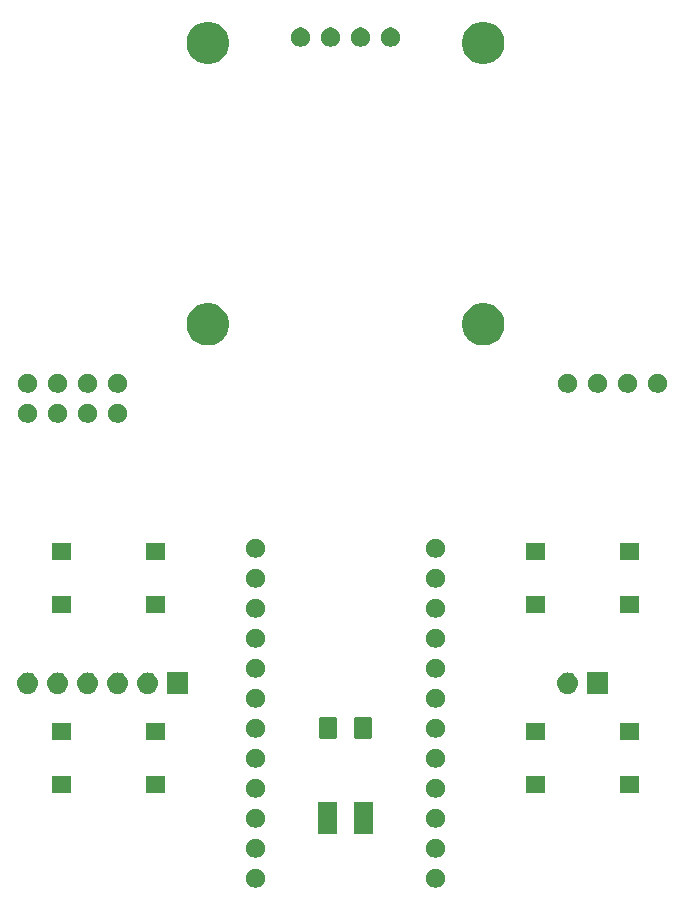
<source format=gbr>
G04 #@! TF.GenerationSoftware,KiCad,Pcbnew,5.1.4+dfsg1-1*
G04 #@! TF.CreationDate,2020-03-30T20:01:31+11:00*
G04 #@! TF.ProjectId,temp0_schematic,74656d70-305f-4736-9368-656d61746963,rev?*
G04 #@! TF.SameCoordinates,Original*
G04 #@! TF.FileFunction,Soldermask,Top*
G04 #@! TF.FilePolarity,Negative*
%FSLAX46Y46*%
G04 Gerber Fmt 4.6, Leading zero omitted, Abs format (unit mm)*
G04 Created by KiCad (PCBNEW 5.1.4+dfsg1-1) date 2020-03-30 20:01:31*
%MOMM*%
%LPD*%
G04 APERTURE LIST*
%ADD10C,0.100000*%
G04 APERTURE END LIST*
D10*
G36*
X150347142Y-130028242D02*
G01*
X150495101Y-130089529D01*
X150628255Y-130178499D01*
X150741501Y-130291745D01*
X150830471Y-130424899D01*
X150891758Y-130572858D01*
X150923000Y-130729925D01*
X150923000Y-130890075D01*
X150891758Y-131047142D01*
X150830471Y-131195101D01*
X150741501Y-131328255D01*
X150628255Y-131441501D01*
X150495101Y-131530471D01*
X150347142Y-131591758D01*
X150190075Y-131623000D01*
X150029925Y-131623000D01*
X149872858Y-131591758D01*
X149724899Y-131530471D01*
X149591745Y-131441501D01*
X149478499Y-131328255D01*
X149389529Y-131195101D01*
X149328242Y-131047142D01*
X149297000Y-130890075D01*
X149297000Y-130729925D01*
X149328242Y-130572858D01*
X149389529Y-130424899D01*
X149478499Y-130291745D01*
X149591745Y-130178499D01*
X149724899Y-130089529D01*
X149872858Y-130028242D01*
X150029925Y-129997000D01*
X150190075Y-129997000D01*
X150347142Y-130028242D01*
X150347142Y-130028242D01*
G37*
G36*
X135107142Y-130028242D02*
G01*
X135255101Y-130089529D01*
X135388255Y-130178499D01*
X135501501Y-130291745D01*
X135590471Y-130424899D01*
X135651758Y-130572858D01*
X135683000Y-130729925D01*
X135683000Y-130890075D01*
X135651758Y-131047142D01*
X135590471Y-131195101D01*
X135501501Y-131328255D01*
X135388255Y-131441501D01*
X135255101Y-131530471D01*
X135107142Y-131591758D01*
X134950075Y-131623000D01*
X134789925Y-131623000D01*
X134632858Y-131591758D01*
X134484899Y-131530471D01*
X134351745Y-131441501D01*
X134238499Y-131328255D01*
X134149529Y-131195101D01*
X134088242Y-131047142D01*
X134057000Y-130890075D01*
X134057000Y-130729925D01*
X134088242Y-130572858D01*
X134149529Y-130424899D01*
X134238499Y-130291745D01*
X134351745Y-130178499D01*
X134484899Y-130089529D01*
X134632858Y-130028242D01*
X134789925Y-129997000D01*
X134950075Y-129997000D01*
X135107142Y-130028242D01*
X135107142Y-130028242D01*
G37*
G36*
X135107142Y-127488242D02*
G01*
X135255101Y-127549529D01*
X135388255Y-127638499D01*
X135501501Y-127751745D01*
X135590471Y-127884899D01*
X135651758Y-128032858D01*
X135683000Y-128189925D01*
X135683000Y-128350075D01*
X135651758Y-128507142D01*
X135590471Y-128655101D01*
X135501501Y-128788255D01*
X135388255Y-128901501D01*
X135255101Y-128990471D01*
X135107142Y-129051758D01*
X134950075Y-129083000D01*
X134789925Y-129083000D01*
X134632858Y-129051758D01*
X134484899Y-128990471D01*
X134351745Y-128901501D01*
X134238499Y-128788255D01*
X134149529Y-128655101D01*
X134088242Y-128507142D01*
X134057000Y-128350075D01*
X134057000Y-128189925D01*
X134088242Y-128032858D01*
X134149529Y-127884899D01*
X134238499Y-127751745D01*
X134351745Y-127638499D01*
X134484899Y-127549529D01*
X134632858Y-127488242D01*
X134789925Y-127457000D01*
X134950075Y-127457000D01*
X135107142Y-127488242D01*
X135107142Y-127488242D01*
G37*
G36*
X150347142Y-127488242D02*
G01*
X150495101Y-127549529D01*
X150628255Y-127638499D01*
X150741501Y-127751745D01*
X150830471Y-127884899D01*
X150891758Y-128032858D01*
X150923000Y-128189925D01*
X150923000Y-128350075D01*
X150891758Y-128507142D01*
X150830471Y-128655101D01*
X150741501Y-128788255D01*
X150628255Y-128901501D01*
X150495101Y-128990471D01*
X150347142Y-129051758D01*
X150190075Y-129083000D01*
X150029925Y-129083000D01*
X149872858Y-129051758D01*
X149724899Y-128990471D01*
X149591745Y-128901501D01*
X149478499Y-128788255D01*
X149389529Y-128655101D01*
X149328242Y-128507142D01*
X149297000Y-128350075D01*
X149297000Y-128189925D01*
X149328242Y-128032858D01*
X149389529Y-127884899D01*
X149478499Y-127751745D01*
X149591745Y-127638499D01*
X149724899Y-127549529D01*
X149872858Y-127488242D01*
X150029925Y-127457000D01*
X150190075Y-127457000D01*
X150347142Y-127488242D01*
X150347142Y-127488242D01*
G37*
G36*
X141791000Y-127081000D02*
G01*
X140189000Y-127081000D01*
X140189000Y-124379000D01*
X141791000Y-124379000D01*
X141791000Y-127081000D01*
X141791000Y-127081000D01*
G37*
G36*
X144791000Y-127081000D02*
G01*
X143189000Y-127081000D01*
X143189000Y-124379000D01*
X144791000Y-124379000D01*
X144791000Y-127081000D01*
X144791000Y-127081000D01*
G37*
G36*
X135107142Y-124948242D02*
G01*
X135255101Y-125009529D01*
X135388255Y-125098499D01*
X135501501Y-125211745D01*
X135590471Y-125344899D01*
X135651758Y-125492858D01*
X135683000Y-125649925D01*
X135683000Y-125810075D01*
X135651758Y-125967142D01*
X135590471Y-126115101D01*
X135501501Y-126248255D01*
X135388255Y-126361501D01*
X135255101Y-126450471D01*
X135107142Y-126511758D01*
X134950075Y-126543000D01*
X134789925Y-126543000D01*
X134632858Y-126511758D01*
X134484899Y-126450471D01*
X134351745Y-126361501D01*
X134238499Y-126248255D01*
X134149529Y-126115101D01*
X134088242Y-125967142D01*
X134057000Y-125810075D01*
X134057000Y-125649925D01*
X134088242Y-125492858D01*
X134149529Y-125344899D01*
X134238499Y-125211745D01*
X134351745Y-125098499D01*
X134484899Y-125009529D01*
X134632858Y-124948242D01*
X134789925Y-124917000D01*
X134950075Y-124917000D01*
X135107142Y-124948242D01*
X135107142Y-124948242D01*
G37*
G36*
X150347142Y-124948242D02*
G01*
X150495101Y-125009529D01*
X150628255Y-125098499D01*
X150741501Y-125211745D01*
X150830471Y-125344899D01*
X150891758Y-125492858D01*
X150923000Y-125649925D01*
X150923000Y-125810075D01*
X150891758Y-125967142D01*
X150830471Y-126115101D01*
X150741501Y-126248255D01*
X150628255Y-126361501D01*
X150495101Y-126450471D01*
X150347142Y-126511758D01*
X150190075Y-126543000D01*
X150029925Y-126543000D01*
X149872858Y-126511758D01*
X149724899Y-126450471D01*
X149591745Y-126361501D01*
X149478499Y-126248255D01*
X149389529Y-126115101D01*
X149328242Y-125967142D01*
X149297000Y-125810075D01*
X149297000Y-125649925D01*
X149328242Y-125492858D01*
X149389529Y-125344899D01*
X149478499Y-125211745D01*
X149591745Y-125098499D01*
X149724899Y-125009529D01*
X149872858Y-124948242D01*
X150029925Y-124917000D01*
X150190075Y-124917000D01*
X150347142Y-124948242D01*
X150347142Y-124948242D01*
G37*
G36*
X135107142Y-122408242D02*
G01*
X135255101Y-122469529D01*
X135388255Y-122558499D01*
X135501501Y-122671745D01*
X135590471Y-122804899D01*
X135651758Y-122952858D01*
X135683000Y-123109925D01*
X135683000Y-123270075D01*
X135651758Y-123427142D01*
X135590471Y-123575101D01*
X135501501Y-123708255D01*
X135388255Y-123821501D01*
X135255101Y-123910471D01*
X135107142Y-123971758D01*
X134950075Y-124003000D01*
X134789925Y-124003000D01*
X134632858Y-123971758D01*
X134484899Y-123910471D01*
X134351745Y-123821501D01*
X134238499Y-123708255D01*
X134149529Y-123575101D01*
X134088242Y-123427142D01*
X134057000Y-123270075D01*
X134057000Y-123109925D01*
X134088242Y-122952858D01*
X134149529Y-122804899D01*
X134238499Y-122671745D01*
X134351745Y-122558499D01*
X134484899Y-122469529D01*
X134632858Y-122408242D01*
X134789925Y-122377000D01*
X134950075Y-122377000D01*
X135107142Y-122408242D01*
X135107142Y-122408242D01*
G37*
G36*
X150347142Y-122408242D02*
G01*
X150495101Y-122469529D01*
X150628255Y-122558499D01*
X150741501Y-122671745D01*
X150830471Y-122804899D01*
X150891758Y-122952858D01*
X150923000Y-123109925D01*
X150923000Y-123270075D01*
X150891758Y-123427142D01*
X150830471Y-123575101D01*
X150741501Y-123708255D01*
X150628255Y-123821501D01*
X150495101Y-123910471D01*
X150347142Y-123971758D01*
X150190075Y-124003000D01*
X150029925Y-124003000D01*
X149872858Y-123971758D01*
X149724899Y-123910471D01*
X149591745Y-123821501D01*
X149478499Y-123708255D01*
X149389529Y-123575101D01*
X149328242Y-123427142D01*
X149297000Y-123270075D01*
X149297000Y-123109925D01*
X149328242Y-122952858D01*
X149389529Y-122804899D01*
X149478499Y-122671745D01*
X149591745Y-122558499D01*
X149724899Y-122469529D01*
X149872858Y-122408242D01*
X150029925Y-122377000D01*
X150190075Y-122377000D01*
X150347142Y-122408242D01*
X150347142Y-122408242D01*
G37*
G36*
X159411000Y-123601000D02*
G01*
X157759000Y-123601000D01*
X157759000Y-122199000D01*
X159411000Y-122199000D01*
X159411000Y-123601000D01*
X159411000Y-123601000D01*
G37*
G36*
X119271000Y-123601000D02*
G01*
X117619000Y-123601000D01*
X117619000Y-122199000D01*
X119271000Y-122199000D01*
X119271000Y-123601000D01*
X119271000Y-123601000D01*
G37*
G36*
X127221000Y-123601000D02*
G01*
X125569000Y-123601000D01*
X125569000Y-122199000D01*
X127221000Y-122199000D01*
X127221000Y-123601000D01*
X127221000Y-123601000D01*
G37*
G36*
X167361000Y-123601000D02*
G01*
X165709000Y-123601000D01*
X165709000Y-122199000D01*
X167361000Y-122199000D01*
X167361000Y-123601000D01*
X167361000Y-123601000D01*
G37*
G36*
X150347142Y-119868242D02*
G01*
X150495101Y-119929529D01*
X150628255Y-120018499D01*
X150741501Y-120131745D01*
X150830471Y-120264899D01*
X150891758Y-120412858D01*
X150923000Y-120569925D01*
X150923000Y-120730075D01*
X150891758Y-120887142D01*
X150830471Y-121035101D01*
X150741501Y-121168255D01*
X150628255Y-121281501D01*
X150495101Y-121370471D01*
X150347142Y-121431758D01*
X150190075Y-121463000D01*
X150029925Y-121463000D01*
X149872858Y-121431758D01*
X149724899Y-121370471D01*
X149591745Y-121281501D01*
X149478499Y-121168255D01*
X149389529Y-121035101D01*
X149328242Y-120887142D01*
X149297000Y-120730075D01*
X149297000Y-120569925D01*
X149328242Y-120412858D01*
X149389529Y-120264899D01*
X149478499Y-120131745D01*
X149591745Y-120018499D01*
X149724899Y-119929529D01*
X149872858Y-119868242D01*
X150029925Y-119837000D01*
X150190075Y-119837000D01*
X150347142Y-119868242D01*
X150347142Y-119868242D01*
G37*
G36*
X135107142Y-119868242D02*
G01*
X135255101Y-119929529D01*
X135388255Y-120018499D01*
X135501501Y-120131745D01*
X135590471Y-120264899D01*
X135651758Y-120412858D01*
X135683000Y-120569925D01*
X135683000Y-120730075D01*
X135651758Y-120887142D01*
X135590471Y-121035101D01*
X135501501Y-121168255D01*
X135388255Y-121281501D01*
X135255101Y-121370471D01*
X135107142Y-121431758D01*
X134950075Y-121463000D01*
X134789925Y-121463000D01*
X134632858Y-121431758D01*
X134484899Y-121370471D01*
X134351745Y-121281501D01*
X134238499Y-121168255D01*
X134149529Y-121035101D01*
X134088242Y-120887142D01*
X134057000Y-120730075D01*
X134057000Y-120569925D01*
X134088242Y-120412858D01*
X134149529Y-120264899D01*
X134238499Y-120131745D01*
X134351745Y-120018499D01*
X134484899Y-119929529D01*
X134632858Y-119868242D01*
X134789925Y-119837000D01*
X134950075Y-119837000D01*
X135107142Y-119868242D01*
X135107142Y-119868242D01*
G37*
G36*
X167361000Y-119101000D02*
G01*
X165709000Y-119101000D01*
X165709000Y-117699000D01*
X167361000Y-117699000D01*
X167361000Y-119101000D01*
X167361000Y-119101000D01*
G37*
G36*
X159411000Y-119101000D02*
G01*
X157759000Y-119101000D01*
X157759000Y-117699000D01*
X159411000Y-117699000D01*
X159411000Y-119101000D01*
X159411000Y-119101000D01*
G37*
G36*
X119271000Y-119101000D02*
G01*
X117619000Y-119101000D01*
X117619000Y-117699000D01*
X119271000Y-117699000D01*
X119271000Y-119101000D01*
X119271000Y-119101000D01*
G37*
G36*
X127221000Y-119101000D02*
G01*
X125569000Y-119101000D01*
X125569000Y-117699000D01*
X127221000Y-117699000D01*
X127221000Y-119101000D01*
X127221000Y-119101000D01*
G37*
G36*
X144590562Y-117188181D02*
G01*
X144625481Y-117198774D01*
X144657663Y-117215976D01*
X144685873Y-117239127D01*
X144709024Y-117267337D01*
X144726226Y-117299519D01*
X144736819Y-117334438D01*
X144741000Y-117376895D01*
X144741000Y-118843105D01*
X144736819Y-118885562D01*
X144726226Y-118920481D01*
X144709024Y-118952663D01*
X144685873Y-118980873D01*
X144657663Y-119004024D01*
X144625481Y-119021226D01*
X144590562Y-119031819D01*
X144548105Y-119036000D01*
X143406895Y-119036000D01*
X143364438Y-119031819D01*
X143329519Y-119021226D01*
X143297337Y-119004024D01*
X143269127Y-118980873D01*
X143245976Y-118952663D01*
X143228774Y-118920481D01*
X143218181Y-118885562D01*
X143214000Y-118843105D01*
X143214000Y-117376895D01*
X143218181Y-117334438D01*
X143228774Y-117299519D01*
X143245976Y-117267337D01*
X143269127Y-117239127D01*
X143297337Y-117215976D01*
X143329519Y-117198774D01*
X143364438Y-117188181D01*
X143406895Y-117184000D01*
X144548105Y-117184000D01*
X144590562Y-117188181D01*
X144590562Y-117188181D01*
G37*
G36*
X141615562Y-117188181D02*
G01*
X141650481Y-117198774D01*
X141682663Y-117215976D01*
X141710873Y-117239127D01*
X141734024Y-117267337D01*
X141751226Y-117299519D01*
X141761819Y-117334438D01*
X141766000Y-117376895D01*
X141766000Y-118843105D01*
X141761819Y-118885562D01*
X141751226Y-118920481D01*
X141734024Y-118952663D01*
X141710873Y-118980873D01*
X141682663Y-119004024D01*
X141650481Y-119021226D01*
X141615562Y-119031819D01*
X141573105Y-119036000D01*
X140431895Y-119036000D01*
X140389438Y-119031819D01*
X140354519Y-119021226D01*
X140322337Y-119004024D01*
X140294127Y-118980873D01*
X140270976Y-118952663D01*
X140253774Y-118920481D01*
X140243181Y-118885562D01*
X140239000Y-118843105D01*
X140239000Y-117376895D01*
X140243181Y-117334438D01*
X140253774Y-117299519D01*
X140270976Y-117267337D01*
X140294127Y-117239127D01*
X140322337Y-117215976D01*
X140354519Y-117198774D01*
X140389438Y-117188181D01*
X140431895Y-117184000D01*
X141573105Y-117184000D01*
X141615562Y-117188181D01*
X141615562Y-117188181D01*
G37*
G36*
X150347142Y-117328242D02*
G01*
X150495101Y-117389529D01*
X150628255Y-117478499D01*
X150741501Y-117591745D01*
X150830471Y-117724899D01*
X150891758Y-117872858D01*
X150923000Y-118029925D01*
X150923000Y-118190075D01*
X150891758Y-118347142D01*
X150830471Y-118495101D01*
X150741501Y-118628255D01*
X150628255Y-118741501D01*
X150495101Y-118830471D01*
X150347142Y-118891758D01*
X150190075Y-118923000D01*
X150029925Y-118923000D01*
X149872858Y-118891758D01*
X149724899Y-118830471D01*
X149591745Y-118741501D01*
X149478499Y-118628255D01*
X149389529Y-118495101D01*
X149328242Y-118347142D01*
X149297000Y-118190075D01*
X149297000Y-118029925D01*
X149328242Y-117872858D01*
X149389529Y-117724899D01*
X149478499Y-117591745D01*
X149591745Y-117478499D01*
X149724899Y-117389529D01*
X149872858Y-117328242D01*
X150029925Y-117297000D01*
X150190075Y-117297000D01*
X150347142Y-117328242D01*
X150347142Y-117328242D01*
G37*
G36*
X135107142Y-117328242D02*
G01*
X135255101Y-117389529D01*
X135388255Y-117478499D01*
X135501501Y-117591745D01*
X135590471Y-117724899D01*
X135651758Y-117872858D01*
X135683000Y-118029925D01*
X135683000Y-118190075D01*
X135651758Y-118347142D01*
X135590471Y-118495101D01*
X135501501Y-118628255D01*
X135388255Y-118741501D01*
X135255101Y-118830471D01*
X135107142Y-118891758D01*
X134950075Y-118923000D01*
X134789925Y-118923000D01*
X134632858Y-118891758D01*
X134484899Y-118830471D01*
X134351745Y-118741501D01*
X134238499Y-118628255D01*
X134149529Y-118495101D01*
X134088242Y-118347142D01*
X134057000Y-118190075D01*
X134057000Y-118029925D01*
X134088242Y-117872858D01*
X134149529Y-117724899D01*
X134238499Y-117591745D01*
X134351745Y-117478499D01*
X134484899Y-117389529D01*
X134632858Y-117328242D01*
X134789925Y-117297000D01*
X134950075Y-117297000D01*
X135107142Y-117328242D01*
X135107142Y-117328242D01*
G37*
G36*
X135107142Y-114788242D02*
G01*
X135255101Y-114849529D01*
X135388255Y-114938499D01*
X135501501Y-115051745D01*
X135590471Y-115184899D01*
X135651758Y-115332858D01*
X135683000Y-115489925D01*
X135683000Y-115650075D01*
X135651758Y-115807142D01*
X135590471Y-115955101D01*
X135501501Y-116088255D01*
X135388255Y-116201501D01*
X135255101Y-116290471D01*
X135107142Y-116351758D01*
X134950075Y-116383000D01*
X134789925Y-116383000D01*
X134632858Y-116351758D01*
X134484899Y-116290471D01*
X134351745Y-116201501D01*
X134238499Y-116088255D01*
X134149529Y-115955101D01*
X134088242Y-115807142D01*
X134057000Y-115650075D01*
X134057000Y-115489925D01*
X134088242Y-115332858D01*
X134149529Y-115184899D01*
X134238499Y-115051745D01*
X134351745Y-114938499D01*
X134484899Y-114849529D01*
X134632858Y-114788242D01*
X134789925Y-114757000D01*
X134950075Y-114757000D01*
X135107142Y-114788242D01*
X135107142Y-114788242D01*
G37*
G36*
X150347142Y-114788242D02*
G01*
X150495101Y-114849529D01*
X150628255Y-114938499D01*
X150741501Y-115051745D01*
X150830471Y-115184899D01*
X150891758Y-115332858D01*
X150923000Y-115489925D01*
X150923000Y-115650075D01*
X150891758Y-115807142D01*
X150830471Y-115955101D01*
X150741501Y-116088255D01*
X150628255Y-116201501D01*
X150495101Y-116290471D01*
X150347142Y-116351758D01*
X150190075Y-116383000D01*
X150029925Y-116383000D01*
X149872858Y-116351758D01*
X149724899Y-116290471D01*
X149591745Y-116201501D01*
X149478499Y-116088255D01*
X149389529Y-115955101D01*
X149328242Y-115807142D01*
X149297000Y-115650075D01*
X149297000Y-115489925D01*
X149328242Y-115332858D01*
X149389529Y-115184899D01*
X149478499Y-115051745D01*
X149591745Y-114938499D01*
X149724899Y-114849529D01*
X149872858Y-114788242D01*
X150029925Y-114757000D01*
X150190075Y-114757000D01*
X150347142Y-114788242D01*
X150347142Y-114788242D01*
G37*
G36*
X118220443Y-113405519D02*
G01*
X118286627Y-113412037D01*
X118456466Y-113463557D01*
X118612991Y-113547222D01*
X118648729Y-113576552D01*
X118750186Y-113659814D01*
X118824585Y-113750471D01*
X118862778Y-113797009D01*
X118946443Y-113953534D01*
X118997963Y-114123373D01*
X119015359Y-114300000D01*
X118997963Y-114476627D01*
X118946443Y-114646466D01*
X118862778Y-114802991D01*
X118833448Y-114838729D01*
X118750186Y-114940186D01*
X118648729Y-115023448D01*
X118612991Y-115052778D01*
X118456466Y-115136443D01*
X118286627Y-115187963D01*
X118220442Y-115194482D01*
X118154260Y-115201000D01*
X118065740Y-115201000D01*
X117999558Y-115194482D01*
X117933373Y-115187963D01*
X117763534Y-115136443D01*
X117607009Y-115052778D01*
X117571271Y-115023448D01*
X117469814Y-114940186D01*
X117386552Y-114838729D01*
X117357222Y-114802991D01*
X117273557Y-114646466D01*
X117222037Y-114476627D01*
X117204641Y-114300000D01*
X117222037Y-114123373D01*
X117273557Y-113953534D01*
X117357222Y-113797009D01*
X117395415Y-113750471D01*
X117469814Y-113659814D01*
X117571271Y-113576552D01*
X117607009Y-113547222D01*
X117763534Y-113463557D01*
X117933373Y-113412037D01*
X117999557Y-113405519D01*
X118065740Y-113399000D01*
X118154260Y-113399000D01*
X118220443Y-113405519D01*
X118220443Y-113405519D01*
G37*
G36*
X115680443Y-113405519D02*
G01*
X115746627Y-113412037D01*
X115916466Y-113463557D01*
X116072991Y-113547222D01*
X116108729Y-113576552D01*
X116210186Y-113659814D01*
X116284585Y-113750471D01*
X116322778Y-113797009D01*
X116406443Y-113953534D01*
X116457963Y-114123373D01*
X116475359Y-114300000D01*
X116457963Y-114476627D01*
X116406443Y-114646466D01*
X116322778Y-114802991D01*
X116293448Y-114838729D01*
X116210186Y-114940186D01*
X116108729Y-115023448D01*
X116072991Y-115052778D01*
X115916466Y-115136443D01*
X115746627Y-115187963D01*
X115680442Y-115194482D01*
X115614260Y-115201000D01*
X115525740Y-115201000D01*
X115459558Y-115194482D01*
X115393373Y-115187963D01*
X115223534Y-115136443D01*
X115067009Y-115052778D01*
X115031271Y-115023448D01*
X114929814Y-114940186D01*
X114846552Y-114838729D01*
X114817222Y-114802991D01*
X114733557Y-114646466D01*
X114682037Y-114476627D01*
X114664641Y-114300000D01*
X114682037Y-114123373D01*
X114733557Y-113953534D01*
X114817222Y-113797009D01*
X114855415Y-113750471D01*
X114929814Y-113659814D01*
X115031271Y-113576552D01*
X115067009Y-113547222D01*
X115223534Y-113463557D01*
X115393373Y-113412037D01*
X115459557Y-113405519D01*
X115525740Y-113399000D01*
X115614260Y-113399000D01*
X115680443Y-113405519D01*
X115680443Y-113405519D01*
G37*
G36*
X164731000Y-115201000D02*
G01*
X162929000Y-115201000D01*
X162929000Y-113399000D01*
X164731000Y-113399000D01*
X164731000Y-115201000D01*
X164731000Y-115201000D01*
G37*
G36*
X129171000Y-115201000D02*
G01*
X127369000Y-115201000D01*
X127369000Y-113399000D01*
X129171000Y-113399000D01*
X129171000Y-115201000D01*
X129171000Y-115201000D01*
G37*
G36*
X125840443Y-113405519D02*
G01*
X125906627Y-113412037D01*
X126076466Y-113463557D01*
X126232991Y-113547222D01*
X126268729Y-113576552D01*
X126370186Y-113659814D01*
X126444585Y-113750471D01*
X126482778Y-113797009D01*
X126566443Y-113953534D01*
X126617963Y-114123373D01*
X126635359Y-114300000D01*
X126617963Y-114476627D01*
X126566443Y-114646466D01*
X126482778Y-114802991D01*
X126453448Y-114838729D01*
X126370186Y-114940186D01*
X126268729Y-115023448D01*
X126232991Y-115052778D01*
X126076466Y-115136443D01*
X125906627Y-115187963D01*
X125840442Y-115194482D01*
X125774260Y-115201000D01*
X125685740Y-115201000D01*
X125619558Y-115194482D01*
X125553373Y-115187963D01*
X125383534Y-115136443D01*
X125227009Y-115052778D01*
X125191271Y-115023448D01*
X125089814Y-114940186D01*
X125006552Y-114838729D01*
X124977222Y-114802991D01*
X124893557Y-114646466D01*
X124842037Y-114476627D01*
X124824641Y-114300000D01*
X124842037Y-114123373D01*
X124893557Y-113953534D01*
X124977222Y-113797009D01*
X125015415Y-113750471D01*
X125089814Y-113659814D01*
X125191271Y-113576552D01*
X125227009Y-113547222D01*
X125383534Y-113463557D01*
X125553373Y-113412037D01*
X125619557Y-113405519D01*
X125685740Y-113399000D01*
X125774260Y-113399000D01*
X125840443Y-113405519D01*
X125840443Y-113405519D01*
G37*
G36*
X123300443Y-113405519D02*
G01*
X123366627Y-113412037D01*
X123536466Y-113463557D01*
X123692991Y-113547222D01*
X123728729Y-113576552D01*
X123830186Y-113659814D01*
X123904585Y-113750471D01*
X123942778Y-113797009D01*
X124026443Y-113953534D01*
X124077963Y-114123373D01*
X124095359Y-114300000D01*
X124077963Y-114476627D01*
X124026443Y-114646466D01*
X123942778Y-114802991D01*
X123913448Y-114838729D01*
X123830186Y-114940186D01*
X123728729Y-115023448D01*
X123692991Y-115052778D01*
X123536466Y-115136443D01*
X123366627Y-115187963D01*
X123300442Y-115194482D01*
X123234260Y-115201000D01*
X123145740Y-115201000D01*
X123079558Y-115194482D01*
X123013373Y-115187963D01*
X122843534Y-115136443D01*
X122687009Y-115052778D01*
X122651271Y-115023448D01*
X122549814Y-114940186D01*
X122466552Y-114838729D01*
X122437222Y-114802991D01*
X122353557Y-114646466D01*
X122302037Y-114476627D01*
X122284641Y-114300000D01*
X122302037Y-114123373D01*
X122353557Y-113953534D01*
X122437222Y-113797009D01*
X122475415Y-113750471D01*
X122549814Y-113659814D01*
X122651271Y-113576552D01*
X122687009Y-113547222D01*
X122843534Y-113463557D01*
X123013373Y-113412037D01*
X123079557Y-113405519D01*
X123145740Y-113399000D01*
X123234260Y-113399000D01*
X123300443Y-113405519D01*
X123300443Y-113405519D01*
G37*
G36*
X120760443Y-113405519D02*
G01*
X120826627Y-113412037D01*
X120996466Y-113463557D01*
X121152991Y-113547222D01*
X121188729Y-113576552D01*
X121290186Y-113659814D01*
X121364585Y-113750471D01*
X121402778Y-113797009D01*
X121486443Y-113953534D01*
X121537963Y-114123373D01*
X121555359Y-114300000D01*
X121537963Y-114476627D01*
X121486443Y-114646466D01*
X121402778Y-114802991D01*
X121373448Y-114838729D01*
X121290186Y-114940186D01*
X121188729Y-115023448D01*
X121152991Y-115052778D01*
X120996466Y-115136443D01*
X120826627Y-115187963D01*
X120760442Y-115194482D01*
X120694260Y-115201000D01*
X120605740Y-115201000D01*
X120539558Y-115194482D01*
X120473373Y-115187963D01*
X120303534Y-115136443D01*
X120147009Y-115052778D01*
X120111271Y-115023448D01*
X120009814Y-114940186D01*
X119926552Y-114838729D01*
X119897222Y-114802991D01*
X119813557Y-114646466D01*
X119762037Y-114476627D01*
X119744641Y-114300000D01*
X119762037Y-114123373D01*
X119813557Y-113953534D01*
X119897222Y-113797009D01*
X119935415Y-113750471D01*
X120009814Y-113659814D01*
X120111271Y-113576552D01*
X120147009Y-113547222D01*
X120303534Y-113463557D01*
X120473373Y-113412037D01*
X120539557Y-113405519D01*
X120605740Y-113399000D01*
X120694260Y-113399000D01*
X120760443Y-113405519D01*
X120760443Y-113405519D01*
G37*
G36*
X161400443Y-113405519D02*
G01*
X161466627Y-113412037D01*
X161636466Y-113463557D01*
X161792991Y-113547222D01*
X161828729Y-113576552D01*
X161930186Y-113659814D01*
X162004585Y-113750471D01*
X162042778Y-113797009D01*
X162126443Y-113953534D01*
X162177963Y-114123373D01*
X162195359Y-114300000D01*
X162177963Y-114476627D01*
X162126443Y-114646466D01*
X162042778Y-114802991D01*
X162013448Y-114838729D01*
X161930186Y-114940186D01*
X161828729Y-115023448D01*
X161792991Y-115052778D01*
X161636466Y-115136443D01*
X161466627Y-115187963D01*
X161400442Y-115194482D01*
X161334260Y-115201000D01*
X161245740Y-115201000D01*
X161179558Y-115194482D01*
X161113373Y-115187963D01*
X160943534Y-115136443D01*
X160787009Y-115052778D01*
X160751271Y-115023448D01*
X160649814Y-114940186D01*
X160566552Y-114838729D01*
X160537222Y-114802991D01*
X160453557Y-114646466D01*
X160402037Y-114476627D01*
X160384641Y-114300000D01*
X160402037Y-114123373D01*
X160453557Y-113953534D01*
X160537222Y-113797009D01*
X160575415Y-113750471D01*
X160649814Y-113659814D01*
X160751271Y-113576552D01*
X160787009Y-113547222D01*
X160943534Y-113463557D01*
X161113373Y-113412037D01*
X161179557Y-113405519D01*
X161245740Y-113399000D01*
X161334260Y-113399000D01*
X161400443Y-113405519D01*
X161400443Y-113405519D01*
G37*
G36*
X150347142Y-112248242D02*
G01*
X150495101Y-112309529D01*
X150628255Y-112398499D01*
X150741501Y-112511745D01*
X150830471Y-112644899D01*
X150891758Y-112792858D01*
X150923000Y-112949925D01*
X150923000Y-113110075D01*
X150891758Y-113267142D01*
X150830471Y-113415101D01*
X150741501Y-113548255D01*
X150628255Y-113661501D01*
X150495101Y-113750471D01*
X150347142Y-113811758D01*
X150190075Y-113843000D01*
X150029925Y-113843000D01*
X149872858Y-113811758D01*
X149724899Y-113750471D01*
X149591745Y-113661501D01*
X149478499Y-113548255D01*
X149389529Y-113415101D01*
X149328242Y-113267142D01*
X149297000Y-113110075D01*
X149297000Y-112949925D01*
X149328242Y-112792858D01*
X149389529Y-112644899D01*
X149478499Y-112511745D01*
X149591745Y-112398499D01*
X149724899Y-112309529D01*
X149872858Y-112248242D01*
X150029925Y-112217000D01*
X150190075Y-112217000D01*
X150347142Y-112248242D01*
X150347142Y-112248242D01*
G37*
G36*
X135107142Y-112248242D02*
G01*
X135255101Y-112309529D01*
X135388255Y-112398499D01*
X135501501Y-112511745D01*
X135590471Y-112644899D01*
X135651758Y-112792858D01*
X135683000Y-112949925D01*
X135683000Y-113110075D01*
X135651758Y-113267142D01*
X135590471Y-113415101D01*
X135501501Y-113548255D01*
X135388255Y-113661501D01*
X135255101Y-113750471D01*
X135107142Y-113811758D01*
X134950075Y-113843000D01*
X134789925Y-113843000D01*
X134632858Y-113811758D01*
X134484899Y-113750471D01*
X134351745Y-113661501D01*
X134238499Y-113548255D01*
X134149529Y-113415101D01*
X134088242Y-113267142D01*
X134057000Y-113110075D01*
X134057000Y-112949925D01*
X134088242Y-112792858D01*
X134149529Y-112644899D01*
X134238499Y-112511745D01*
X134351745Y-112398499D01*
X134484899Y-112309529D01*
X134632858Y-112248242D01*
X134789925Y-112217000D01*
X134950075Y-112217000D01*
X135107142Y-112248242D01*
X135107142Y-112248242D01*
G37*
G36*
X150347142Y-109708242D02*
G01*
X150495101Y-109769529D01*
X150628255Y-109858499D01*
X150741501Y-109971745D01*
X150830471Y-110104899D01*
X150891758Y-110252858D01*
X150923000Y-110409925D01*
X150923000Y-110570075D01*
X150891758Y-110727142D01*
X150830471Y-110875101D01*
X150741501Y-111008255D01*
X150628255Y-111121501D01*
X150495101Y-111210471D01*
X150347142Y-111271758D01*
X150190075Y-111303000D01*
X150029925Y-111303000D01*
X149872858Y-111271758D01*
X149724899Y-111210471D01*
X149591745Y-111121501D01*
X149478499Y-111008255D01*
X149389529Y-110875101D01*
X149328242Y-110727142D01*
X149297000Y-110570075D01*
X149297000Y-110409925D01*
X149328242Y-110252858D01*
X149389529Y-110104899D01*
X149478499Y-109971745D01*
X149591745Y-109858499D01*
X149724899Y-109769529D01*
X149872858Y-109708242D01*
X150029925Y-109677000D01*
X150190075Y-109677000D01*
X150347142Y-109708242D01*
X150347142Y-109708242D01*
G37*
G36*
X135107142Y-109708242D02*
G01*
X135255101Y-109769529D01*
X135388255Y-109858499D01*
X135501501Y-109971745D01*
X135590471Y-110104899D01*
X135651758Y-110252858D01*
X135683000Y-110409925D01*
X135683000Y-110570075D01*
X135651758Y-110727142D01*
X135590471Y-110875101D01*
X135501501Y-111008255D01*
X135388255Y-111121501D01*
X135255101Y-111210471D01*
X135107142Y-111271758D01*
X134950075Y-111303000D01*
X134789925Y-111303000D01*
X134632858Y-111271758D01*
X134484899Y-111210471D01*
X134351745Y-111121501D01*
X134238499Y-111008255D01*
X134149529Y-110875101D01*
X134088242Y-110727142D01*
X134057000Y-110570075D01*
X134057000Y-110409925D01*
X134088242Y-110252858D01*
X134149529Y-110104899D01*
X134238499Y-109971745D01*
X134351745Y-109858499D01*
X134484899Y-109769529D01*
X134632858Y-109708242D01*
X134789925Y-109677000D01*
X134950075Y-109677000D01*
X135107142Y-109708242D01*
X135107142Y-109708242D01*
G37*
G36*
X135107142Y-107168242D02*
G01*
X135255101Y-107229529D01*
X135388255Y-107318499D01*
X135501501Y-107431745D01*
X135590471Y-107564899D01*
X135651758Y-107712858D01*
X135683000Y-107869925D01*
X135683000Y-108030075D01*
X135651758Y-108187142D01*
X135590471Y-108335101D01*
X135501501Y-108468255D01*
X135388255Y-108581501D01*
X135255101Y-108670471D01*
X135107142Y-108731758D01*
X134950075Y-108763000D01*
X134789925Y-108763000D01*
X134632858Y-108731758D01*
X134484899Y-108670471D01*
X134351745Y-108581501D01*
X134238499Y-108468255D01*
X134149529Y-108335101D01*
X134088242Y-108187142D01*
X134057000Y-108030075D01*
X134057000Y-107869925D01*
X134088242Y-107712858D01*
X134149529Y-107564899D01*
X134238499Y-107431745D01*
X134351745Y-107318499D01*
X134484899Y-107229529D01*
X134632858Y-107168242D01*
X134789925Y-107137000D01*
X134950075Y-107137000D01*
X135107142Y-107168242D01*
X135107142Y-107168242D01*
G37*
G36*
X150347142Y-107168242D02*
G01*
X150495101Y-107229529D01*
X150628255Y-107318499D01*
X150741501Y-107431745D01*
X150830471Y-107564899D01*
X150891758Y-107712858D01*
X150923000Y-107869925D01*
X150923000Y-108030075D01*
X150891758Y-108187142D01*
X150830471Y-108335101D01*
X150741501Y-108468255D01*
X150628255Y-108581501D01*
X150495101Y-108670471D01*
X150347142Y-108731758D01*
X150190075Y-108763000D01*
X150029925Y-108763000D01*
X149872858Y-108731758D01*
X149724899Y-108670471D01*
X149591745Y-108581501D01*
X149478499Y-108468255D01*
X149389529Y-108335101D01*
X149328242Y-108187142D01*
X149297000Y-108030075D01*
X149297000Y-107869925D01*
X149328242Y-107712858D01*
X149389529Y-107564899D01*
X149478499Y-107431745D01*
X149591745Y-107318499D01*
X149724899Y-107229529D01*
X149872858Y-107168242D01*
X150029925Y-107137000D01*
X150190075Y-107137000D01*
X150347142Y-107168242D01*
X150347142Y-107168242D01*
G37*
G36*
X167361000Y-108361000D02*
G01*
X165709000Y-108361000D01*
X165709000Y-106959000D01*
X167361000Y-106959000D01*
X167361000Y-108361000D01*
X167361000Y-108361000D01*
G37*
G36*
X159411000Y-108361000D02*
G01*
X157759000Y-108361000D01*
X157759000Y-106959000D01*
X159411000Y-106959000D01*
X159411000Y-108361000D01*
X159411000Y-108361000D01*
G37*
G36*
X127221000Y-108361000D02*
G01*
X125569000Y-108361000D01*
X125569000Y-106959000D01*
X127221000Y-106959000D01*
X127221000Y-108361000D01*
X127221000Y-108361000D01*
G37*
G36*
X119271000Y-108361000D02*
G01*
X117619000Y-108361000D01*
X117619000Y-106959000D01*
X119271000Y-106959000D01*
X119271000Y-108361000D01*
X119271000Y-108361000D01*
G37*
G36*
X150347142Y-104628242D02*
G01*
X150495101Y-104689529D01*
X150628255Y-104778499D01*
X150741501Y-104891745D01*
X150830471Y-105024899D01*
X150891758Y-105172858D01*
X150923000Y-105329925D01*
X150923000Y-105490075D01*
X150891758Y-105647142D01*
X150830471Y-105795101D01*
X150741501Y-105928255D01*
X150628255Y-106041501D01*
X150495101Y-106130471D01*
X150347142Y-106191758D01*
X150190075Y-106223000D01*
X150029925Y-106223000D01*
X149872858Y-106191758D01*
X149724899Y-106130471D01*
X149591745Y-106041501D01*
X149478499Y-105928255D01*
X149389529Y-105795101D01*
X149328242Y-105647142D01*
X149297000Y-105490075D01*
X149297000Y-105329925D01*
X149328242Y-105172858D01*
X149389529Y-105024899D01*
X149478499Y-104891745D01*
X149591745Y-104778499D01*
X149724899Y-104689529D01*
X149872858Y-104628242D01*
X150029925Y-104597000D01*
X150190075Y-104597000D01*
X150347142Y-104628242D01*
X150347142Y-104628242D01*
G37*
G36*
X135107142Y-104628242D02*
G01*
X135255101Y-104689529D01*
X135388255Y-104778499D01*
X135501501Y-104891745D01*
X135590471Y-105024899D01*
X135651758Y-105172858D01*
X135683000Y-105329925D01*
X135683000Y-105490075D01*
X135651758Y-105647142D01*
X135590471Y-105795101D01*
X135501501Y-105928255D01*
X135388255Y-106041501D01*
X135255101Y-106130471D01*
X135107142Y-106191758D01*
X134950075Y-106223000D01*
X134789925Y-106223000D01*
X134632858Y-106191758D01*
X134484899Y-106130471D01*
X134351745Y-106041501D01*
X134238499Y-105928255D01*
X134149529Y-105795101D01*
X134088242Y-105647142D01*
X134057000Y-105490075D01*
X134057000Y-105329925D01*
X134088242Y-105172858D01*
X134149529Y-105024899D01*
X134238499Y-104891745D01*
X134351745Y-104778499D01*
X134484899Y-104689529D01*
X134632858Y-104628242D01*
X134789925Y-104597000D01*
X134950075Y-104597000D01*
X135107142Y-104628242D01*
X135107142Y-104628242D01*
G37*
G36*
X119271000Y-103861000D02*
G01*
X117619000Y-103861000D01*
X117619000Y-102459000D01*
X119271000Y-102459000D01*
X119271000Y-103861000D01*
X119271000Y-103861000D01*
G37*
G36*
X127221000Y-103861000D02*
G01*
X125569000Y-103861000D01*
X125569000Y-102459000D01*
X127221000Y-102459000D01*
X127221000Y-103861000D01*
X127221000Y-103861000D01*
G37*
G36*
X159411000Y-103861000D02*
G01*
X157759000Y-103861000D01*
X157759000Y-102459000D01*
X159411000Y-102459000D01*
X159411000Y-103861000D01*
X159411000Y-103861000D01*
G37*
G36*
X167361000Y-103861000D02*
G01*
X165709000Y-103861000D01*
X165709000Y-102459000D01*
X167361000Y-102459000D01*
X167361000Y-103861000D01*
X167361000Y-103861000D01*
G37*
G36*
X135107142Y-102088242D02*
G01*
X135255101Y-102149529D01*
X135388255Y-102238499D01*
X135501501Y-102351745D01*
X135590471Y-102484899D01*
X135651758Y-102632858D01*
X135683000Y-102789925D01*
X135683000Y-102950075D01*
X135651758Y-103107142D01*
X135590471Y-103255101D01*
X135501501Y-103388255D01*
X135388255Y-103501501D01*
X135255101Y-103590471D01*
X135107142Y-103651758D01*
X134950075Y-103683000D01*
X134789925Y-103683000D01*
X134632858Y-103651758D01*
X134484899Y-103590471D01*
X134351745Y-103501501D01*
X134238499Y-103388255D01*
X134149529Y-103255101D01*
X134088242Y-103107142D01*
X134057000Y-102950075D01*
X134057000Y-102789925D01*
X134088242Y-102632858D01*
X134149529Y-102484899D01*
X134238499Y-102351745D01*
X134351745Y-102238499D01*
X134484899Y-102149529D01*
X134632858Y-102088242D01*
X134789925Y-102057000D01*
X134950075Y-102057000D01*
X135107142Y-102088242D01*
X135107142Y-102088242D01*
G37*
G36*
X150347142Y-102088242D02*
G01*
X150495101Y-102149529D01*
X150628255Y-102238499D01*
X150741501Y-102351745D01*
X150830471Y-102484899D01*
X150891758Y-102632858D01*
X150923000Y-102789925D01*
X150923000Y-102950075D01*
X150891758Y-103107142D01*
X150830471Y-103255101D01*
X150741501Y-103388255D01*
X150628255Y-103501501D01*
X150495101Y-103590471D01*
X150347142Y-103651758D01*
X150190075Y-103683000D01*
X150029925Y-103683000D01*
X149872858Y-103651758D01*
X149724899Y-103590471D01*
X149591745Y-103501501D01*
X149478499Y-103388255D01*
X149389529Y-103255101D01*
X149328242Y-103107142D01*
X149297000Y-102950075D01*
X149297000Y-102789925D01*
X149328242Y-102632858D01*
X149389529Y-102484899D01*
X149478499Y-102351745D01*
X149591745Y-102238499D01*
X149724899Y-102149529D01*
X149872858Y-102088242D01*
X150029925Y-102057000D01*
X150190075Y-102057000D01*
X150347142Y-102088242D01*
X150347142Y-102088242D01*
G37*
G36*
X115807142Y-90658242D02*
G01*
X115955101Y-90719529D01*
X116088255Y-90808499D01*
X116201501Y-90921745D01*
X116290471Y-91054899D01*
X116351758Y-91202858D01*
X116383000Y-91359925D01*
X116383000Y-91520075D01*
X116351758Y-91677142D01*
X116290471Y-91825101D01*
X116201501Y-91958255D01*
X116088255Y-92071501D01*
X115955101Y-92160471D01*
X115807142Y-92221758D01*
X115650075Y-92253000D01*
X115489925Y-92253000D01*
X115332858Y-92221758D01*
X115184899Y-92160471D01*
X115051745Y-92071501D01*
X114938499Y-91958255D01*
X114849529Y-91825101D01*
X114788242Y-91677142D01*
X114757000Y-91520075D01*
X114757000Y-91359925D01*
X114788242Y-91202858D01*
X114849529Y-91054899D01*
X114938499Y-90921745D01*
X115051745Y-90808499D01*
X115184899Y-90719529D01*
X115332858Y-90658242D01*
X115489925Y-90627000D01*
X115650075Y-90627000D01*
X115807142Y-90658242D01*
X115807142Y-90658242D01*
G37*
G36*
X118347142Y-90658242D02*
G01*
X118495101Y-90719529D01*
X118628255Y-90808499D01*
X118741501Y-90921745D01*
X118830471Y-91054899D01*
X118891758Y-91202858D01*
X118923000Y-91359925D01*
X118923000Y-91520075D01*
X118891758Y-91677142D01*
X118830471Y-91825101D01*
X118741501Y-91958255D01*
X118628255Y-92071501D01*
X118495101Y-92160471D01*
X118347142Y-92221758D01*
X118190075Y-92253000D01*
X118029925Y-92253000D01*
X117872858Y-92221758D01*
X117724899Y-92160471D01*
X117591745Y-92071501D01*
X117478499Y-91958255D01*
X117389529Y-91825101D01*
X117328242Y-91677142D01*
X117297000Y-91520075D01*
X117297000Y-91359925D01*
X117328242Y-91202858D01*
X117389529Y-91054899D01*
X117478499Y-90921745D01*
X117591745Y-90808499D01*
X117724899Y-90719529D01*
X117872858Y-90658242D01*
X118029925Y-90627000D01*
X118190075Y-90627000D01*
X118347142Y-90658242D01*
X118347142Y-90658242D01*
G37*
G36*
X123427142Y-90658242D02*
G01*
X123575101Y-90719529D01*
X123708255Y-90808499D01*
X123821501Y-90921745D01*
X123910471Y-91054899D01*
X123971758Y-91202858D01*
X124003000Y-91359925D01*
X124003000Y-91520075D01*
X123971758Y-91677142D01*
X123910471Y-91825101D01*
X123821501Y-91958255D01*
X123708255Y-92071501D01*
X123575101Y-92160471D01*
X123427142Y-92221758D01*
X123270075Y-92253000D01*
X123109925Y-92253000D01*
X122952858Y-92221758D01*
X122804899Y-92160471D01*
X122671745Y-92071501D01*
X122558499Y-91958255D01*
X122469529Y-91825101D01*
X122408242Y-91677142D01*
X122377000Y-91520075D01*
X122377000Y-91359925D01*
X122408242Y-91202858D01*
X122469529Y-91054899D01*
X122558499Y-90921745D01*
X122671745Y-90808499D01*
X122804899Y-90719529D01*
X122952858Y-90658242D01*
X123109925Y-90627000D01*
X123270075Y-90627000D01*
X123427142Y-90658242D01*
X123427142Y-90658242D01*
G37*
G36*
X120887142Y-90658242D02*
G01*
X121035101Y-90719529D01*
X121168255Y-90808499D01*
X121281501Y-90921745D01*
X121370471Y-91054899D01*
X121431758Y-91202858D01*
X121463000Y-91359925D01*
X121463000Y-91520075D01*
X121431758Y-91677142D01*
X121370471Y-91825101D01*
X121281501Y-91958255D01*
X121168255Y-92071501D01*
X121035101Y-92160471D01*
X120887142Y-92221758D01*
X120730075Y-92253000D01*
X120569925Y-92253000D01*
X120412858Y-92221758D01*
X120264899Y-92160471D01*
X120131745Y-92071501D01*
X120018499Y-91958255D01*
X119929529Y-91825101D01*
X119868242Y-91677142D01*
X119837000Y-91520075D01*
X119837000Y-91359925D01*
X119868242Y-91202858D01*
X119929529Y-91054899D01*
X120018499Y-90921745D01*
X120131745Y-90808499D01*
X120264899Y-90719529D01*
X120412858Y-90658242D01*
X120569925Y-90627000D01*
X120730075Y-90627000D01*
X120887142Y-90658242D01*
X120887142Y-90658242D01*
G37*
G36*
X169147142Y-88118242D02*
G01*
X169295101Y-88179529D01*
X169428255Y-88268499D01*
X169541501Y-88381745D01*
X169630471Y-88514899D01*
X169691758Y-88662858D01*
X169723000Y-88819925D01*
X169723000Y-88980075D01*
X169691758Y-89137142D01*
X169630471Y-89285101D01*
X169541501Y-89418255D01*
X169428255Y-89531501D01*
X169295101Y-89620471D01*
X169147142Y-89681758D01*
X168990075Y-89713000D01*
X168829925Y-89713000D01*
X168672858Y-89681758D01*
X168524899Y-89620471D01*
X168391745Y-89531501D01*
X168278499Y-89418255D01*
X168189529Y-89285101D01*
X168128242Y-89137142D01*
X168097000Y-88980075D01*
X168097000Y-88819925D01*
X168128242Y-88662858D01*
X168189529Y-88514899D01*
X168278499Y-88381745D01*
X168391745Y-88268499D01*
X168524899Y-88179529D01*
X168672858Y-88118242D01*
X168829925Y-88087000D01*
X168990075Y-88087000D01*
X169147142Y-88118242D01*
X169147142Y-88118242D01*
G37*
G36*
X164067142Y-88118242D02*
G01*
X164215101Y-88179529D01*
X164348255Y-88268499D01*
X164461501Y-88381745D01*
X164550471Y-88514899D01*
X164611758Y-88662858D01*
X164643000Y-88819925D01*
X164643000Y-88980075D01*
X164611758Y-89137142D01*
X164550471Y-89285101D01*
X164461501Y-89418255D01*
X164348255Y-89531501D01*
X164215101Y-89620471D01*
X164067142Y-89681758D01*
X163910075Y-89713000D01*
X163749925Y-89713000D01*
X163592858Y-89681758D01*
X163444899Y-89620471D01*
X163311745Y-89531501D01*
X163198499Y-89418255D01*
X163109529Y-89285101D01*
X163048242Y-89137142D01*
X163017000Y-88980075D01*
X163017000Y-88819925D01*
X163048242Y-88662858D01*
X163109529Y-88514899D01*
X163198499Y-88381745D01*
X163311745Y-88268499D01*
X163444899Y-88179529D01*
X163592858Y-88118242D01*
X163749925Y-88087000D01*
X163910075Y-88087000D01*
X164067142Y-88118242D01*
X164067142Y-88118242D01*
G37*
G36*
X161527142Y-88118242D02*
G01*
X161675101Y-88179529D01*
X161808255Y-88268499D01*
X161921501Y-88381745D01*
X162010471Y-88514899D01*
X162071758Y-88662858D01*
X162103000Y-88819925D01*
X162103000Y-88980075D01*
X162071758Y-89137142D01*
X162010471Y-89285101D01*
X161921501Y-89418255D01*
X161808255Y-89531501D01*
X161675101Y-89620471D01*
X161527142Y-89681758D01*
X161370075Y-89713000D01*
X161209925Y-89713000D01*
X161052858Y-89681758D01*
X160904899Y-89620471D01*
X160771745Y-89531501D01*
X160658499Y-89418255D01*
X160569529Y-89285101D01*
X160508242Y-89137142D01*
X160477000Y-88980075D01*
X160477000Y-88819925D01*
X160508242Y-88662858D01*
X160569529Y-88514899D01*
X160658499Y-88381745D01*
X160771745Y-88268499D01*
X160904899Y-88179529D01*
X161052858Y-88118242D01*
X161209925Y-88087000D01*
X161370075Y-88087000D01*
X161527142Y-88118242D01*
X161527142Y-88118242D01*
G37*
G36*
X123427142Y-88118242D02*
G01*
X123575101Y-88179529D01*
X123708255Y-88268499D01*
X123821501Y-88381745D01*
X123910471Y-88514899D01*
X123971758Y-88662858D01*
X124003000Y-88819925D01*
X124003000Y-88980075D01*
X123971758Y-89137142D01*
X123910471Y-89285101D01*
X123821501Y-89418255D01*
X123708255Y-89531501D01*
X123575101Y-89620471D01*
X123427142Y-89681758D01*
X123270075Y-89713000D01*
X123109925Y-89713000D01*
X122952858Y-89681758D01*
X122804899Y-89620471D01*
X122671745Y-89531501D01*
X122558499Y-89418255D01*
X122469529Y-89285101D01*
X122408242Y-89137142D01*
X122377000Y-88980075D01*
X122377000Y-88819925D01*
X122408242Y-88662858D01*
X122469529Y-88514899D01*
X122558499Y-88381745D01*
X122671745Y-88268499D01*
X122804899Y-88179529D01*
X122952858Y-88118242D01*
X123109925Y-88087000D01*
X123270075Y-88087000D01*
X123427142Y-88118242D01*
X123427142Y-88118242D01*
G37*
G36*
X120887142Y-88118242D02*
G01*
X121035101Y-88179529D01*
X121168255Y-88268499D01*
X121281501Y-88381745D01*
X121370471Y-88514899D01*
X121431758Y-88662858D01*
X121463000Y-88819925D01*
X121463000Y-88980075D01*
X121431758Y-89137142D01*
X121370471Y-89285101D01*
X121281501Y-89418255D01*
X121168255Y-89531501D01*
X121035101Y-89620471D01*
X120887142Y-89681758D01*
X120730075Y-89713000D01*
X120569925Y-89713000D01*
X120412858Y-89681758D01*
X120264899Y-89620471D01*
X120131745Y-89531501D01*
X120018499Y-89418255D01*
X119929529Y-89285101D01*
X119868242Y-89137142D01*
X119837000Y-88980075D01*
X119837000Y-88819925D01*
X119868242Y-88662858D01*
X119929529Y-88514899D01*
X120018499Y-88381745D01*
X120131745Y-88268499D01*
X120264899Y-88179529D01*
X120412858Y-88118242D01*
X120569925Y-88087000D01*
X120730075Y-88087000D01*
X120887142Y-88118242D01*
X120887142Y-88118242D01*
G37*
G36*
X118347142Y-88118242D02*
G01*
X118495101Y-88179529D01*
X118628255Y-88268499D01*
X118741501Y-88381745D01*
X118830471Y-88514899D01*
X118891758Y-88662858D01*
X118923000Y-88819925D01*
X118923000Y-88980075D01*
X118891758Y-89137142D01*
X118830471Y-89285101D01*
X118741501Y-89418255D01*
X118628255Y-89531501D01*
X118495101Y-89620471D01*
X118347142Y-89681758D01*
X118190075Y-89713000D01*
X118029925Y-89713000D01*
X117872858Y-89681758D01*
X117724899Y-89620471D01*
X117591745Y-89531501D01*
X117478499Y-89418255D01*
X117389529Y-89285101D01*
X117328242Y-89137142D01*
X117297000Y-88980075D01*
X117297000Y-88819925D01*
X117328242Y-88662858D01*
X117389529Y-88514899D01*
X117478499Y-88381745D01*
X117591745Y-88268499D01*
X117724899Y-88179529D01*
X117872858Y-88118242D01*
X118029925Y-88087000D01*
X118190075Y-88087000D01*
X118347142Y-88118242D01*
X118347142Y-88118242D01*
G37*
G36*
X115807142Y-88118242D02*
G01*
X115955101Y-88179529D01*
X116088255Y-88268499D01*
X116201501Y-88381745D01*
X116290471Y-88514899D01*
X116351758Y-88662858D01*
X116383000Y-88819925D01*
X116383000Y-88980075D01*
X116351758Y-89137142D01*
X116290471Y-89285101D01*
X116201501Y-89418255D01*
X116088255Y-89531501D01*
X115955101Y-89620471D01*
X115807142Y-89681758D01*
X115650075Y-89713000D01*
X115489925Y-89713000D01*
X115332858Y-89681758D01*
X115184899Y-89620471D01*
X115051745Y-89531501D01*
X114938499Y-89418255D01*
X114849529Y-89285101D01*
X114788242Y-89137142D01*
X114757000Y-88980075D01*
X114757000Y-88819925D01*
X114788242Y-88662858D01*
X114849529Y-88514899D01*
X114938499Y-88381745D01*
X115051745Y-88268499D01*
X115184899Y-88179529D01*
X115332858Y-88118242D01*
X115489925Y-88087000D01*
X115650075Y-88087000D01*
X115807142Y-88118242D01*
X115807142Y-88118242D01*
G37*
G36*
X166607142Y-88118242D02*
G01*
X166755101Y-88179529D01*
X166888255Y-88268499D01*
X167001501Y-88381745D01*
X167090471Y-88514899D01*
X167151758Y-88662858D01*
X167183000Y-88819925D01*
X167183000Y-88980075D01*
X167151758Y-89137142D01*
X167090471Y-89285101D01*
X167001501Y-89418255D01*
X166888255Y-89531501D01*
X166755101Y-89620471D01*
X166607142Y-89681758D01*
X166450075Y-89713000D01*
X166289925Y-89713000D01*
X166132858Y-89681758D01*
X165984899Y-89620471D01*
X165851745Y-89531501D01*
X165738499Y-89418255D01*
X165649529Y-89285101D01*
X165588242Y-89137142D01*
X165557000Y-88980075D01*
X165557000Y-88819925D01*
X165588242Y-88662858D01*
X165649529Y-88514899D01*
X165738499Y-88381745D01*
X165851745Y-88268499D01*
X165984899Y-88179529D01*
X166132858Y-88118242D01*
X166289925Y-88087000D01*
X166450075Y-88087000D01*
X166607142Y-88118242D01*
X166607142Y-88118242D01*
G37*
G36*
X131365331Y-82168211D02*
G01*
X131693092Y-82303974D01*
X131988070Y-82501072D01*
X132238928Y-82751930D01*
X132436026Y-83046908D01*
X132571789Y-83374669D01*
X132641000Y-83722616D01*
X132641000Y-84077384D01*
X132571789Y-84425331D01*
X132436026Y-84753092D01*
X132238928Y-85048070D01*
X131988070Y-85298928D01*
X131693092Y-85496026D01*
X131365331Y-85631789D01*
X131017384Y-85701000D01*
X130662616Y-85701000D01*
X130314669Y-85631789D01*
X129986908Y-85496026D01*
X129691930Y-85298928D01*
X129441072Y-85048070D01*
X129243974Y-84753092D01*
X129108211Y-84425331D01*
X129039000Y-84077384D01*
X129039000Y-83722616D01*
X129108211Y-83374669D01*
X129243974Y-83046908D01*
X129441072Y-82751930D01*
X129691930Y-82501072D01*
X129986908Y-82303974D01*
X130314669Y-82168211D01*
X130662616Y-82099000D01*
X131017384Y-82099000D01*
X131365331Y-82168211D01*
X131365331Y-82168211D01*
G37*
G36*
X154665331Y-82168211D02*
G01*
X154993092Y-82303974D01*
X155288070Y-82501072D01*
X155538928Y-82751930D01*
X155736026Y-83046908D01*
X155871789Y-83374669D01*
X155941000Y-83722616D01*
X155941000Y-84077384D01*
X155871789Y-84425331D01*
X155736026Y-84753092D01*
X155538928Y-85048070D01*
X155288070Y-85298928D01*
X154993092Y-85496026D01*
X154665331Y-85631789D01*
X154317384Y-85701000D01*
X153962616Y-85701000D01*
X153614669Y-85631789D01*
X153286908Y-85496026D01*
X152991930Y-85298928D01*
X152741072Y-85048070D01*
X152543974Y-84753092D01*
X152408211Y-84425331D01*
X152339000Y-84077384D01*
X152339000Y-83722616D01*
X152408211Y-83374669D01*
X152543974Y-83046908D01*
X152741072Y-82751930D01*
X152991930Y-82501072D01*
X153286908Y-82303974D01*
X153614669Y-82168211D01*
X153962616Y-82099000D01*
X154317384Y-82099000D01*
X154665331Y-82168211D01*
X154665331Y-82168211D01*
G37*
G36*
X154665331Y-58368211D02*
G01*
X154993092Y-58503974D01*
X155288070Y-58701072D01*
X155538928Y-58951930D01*
X155736026Y-59246908D01*
X155871789Y-59574669D01*
X155941000Y-59922616D01*
X155941000Y-60277384D01*
X155871789Y-60625331D01*
X155736026Y-60953092D01*
X155538928Y-61248070D01*
X155288070Y-61498928D01*
X154993092Y-61696026D01*
X154665331Y-61831789D01*
X154317384Y-61901000D01*
X153962616Y-61901000D01*
X153614669Y-61831789D01*
X153286908Y-61696026D01*
X152991930Y-61498928D01*
X152741072Y-61248070D01*
X152543974Y-60953092D01*
X152408211Y-60625331D01*
X152339000Y-60277384D01*
X152339000Y-59922616D01*
X152408211Y-59574669D01*
X152543974Y-59246908D01*
X152741072Y-58951930D01*
X152991930Y-58701072D01*
X153286908Y-58503974D01*
X153614669Y-58368211D01*
X153962616Y-58299000D01*
X154317384Y-58299000D01*
X154665331Y-58368211D01*
X154665331Y-58368211D01*
G37*
G36*
X131365331Y-58368211D02*
G01*
X131693092Y-58503974D01*
X131988070Y-58701072D01*
X132238928Y-58951930D01*
X132436026Y-59246908D01*
X132571789Y-59574669D01*
X132641000Y-59922616D01*
X132641000Y-60277384D01*
X132571789Y-60625331D01*
X132436026Y-60953092D01*
X132238928Y-61248070D01*
X131988070Y-61498928D01*
X131693092Y-61696026D01*
X131365331Y-61831789D01*
X131017384Y-61901000D01*
X130662616Y-61901000D01*
X130314669Y-61831789D01*
X129986908Y-61696026D01*
X129691930Y-61498928D01*
X129441072Y-61248070D01*
X129243974Y-60953092D01*
X129108211Y-60625331D01*
X129039000Y-60277384D01*
X129039000Y-59922616D01*
X129108211Y-59574669D01*
X129243974Y-59246908D01*
X129441072Y-58951930D01*
X129691930Y-58701072D01*
X129986908Y-58503974D01*
X130314669Y-58368211D01*
X130662616Y-58299000D01*
X131017384Y-58299000D01*
X131365331Y-58368211D01*
X131365331Y-58368211D01*
G37*
G36*
X141457142Y-58818242D02*
G01*
X141605101Y-58879529D01*
X141738255Y-58968499D01*
X141851501Y-59081745D01*
X141940471Y-59214899D01*
X142001758Y-59362858D01*
X142033000Y-59519925D01*
X142033000Y-59680075D01*
X142001758Y-59837142D01*
X141940471Y-59985101D01*
X141851501Y-60118255D01*
X141738255Y-60231501D01*
X141605101Y-60320471D01*
X141457142Y-60381758D01*
X141300075Y-60413000D01*
X141139925Y-60413000D01*
X140982858Y-60381758D01*
X140834899Y-60320471D01*
X140701745Y-60231501D01*
X140588499Y-60118255D01*
X140499529Y-59985101D01*
X140438242Y-59837142D01*
X140407000Y-59680075D01*
X140407000Y-59519925D01*
X140438242Y-59362858D01*
X140499529Y-59214899D01*
X140588499Y-59081745D01*
X140701745Y-58968499D01*
X140834899Y-58879529D01*
X140982858Y-58818242D01*
X141139925Y-58787000D01*
X141300075Y-58787000D01*
X141457142Y-58818242D01*
X141457142Y-58818242D01*
G37*
G36*
X143997142Y-58818242D02*
G01*
X144145101Y-58879529D01*
X144278255Y-58968499D01*
X144391501Y-59081745D01*
X144480471Y-59214899D01*
X144541758Y-59362858D01*
X144573000Y-59519925D01*
X144573000Y-59680075D01*
X144541758Y-59837142D01*
X144480471Y-59985101D01*
X144391501Y-60118255D01*
X144278255Y-60231501D01*
X144145101Y-60320471D01*
X143997142Y-60381758D01*
X143840075Y-60413000D01*
X143679925Y-60413000D01*
X143522858Y-60381758D01*
X143374899Y-60320471D01*
X143241745Y-60231501D01*
X143128499Y-60118255D01*
X143039529Y-59985101D01*
X142978242Y-59837142D01*
X142947000Y-59680075D01*
X142947000Y-59519925D01*
X142978242Y-59362858D01*
X143039529Y-59214899D01*
X143128499Y-59081745D01*
X143241745Y-58968499D01*
X143374899Y-58879529D01*
X143522858Y-58818242D01*
X143679925Y-58787000D01*
X143840075Y-58787000D01*
X143997142Y-58818242D01*
X143997142Y-58818242D01*
G37*
G36*
X138917142Y-58818242D02*
G01*
X139065101Y-58879529D01*
X139198255Y-58968499D01*
X139311501Y-59081745D01*
X139400471Y-59214899D01*
X139461758Y-59362858D01*
X139493000Y-59519925D01*
X139493000Y-59680075D01*
X139461758Y-59837142D01*
X139400471Y-59985101D01*
X139311501Y-60118255D01*
X139198255Y-60231501D01*
X139065101Y-60320471D01*
X138917142Y-60381758D01*
X138760075Y-60413000D01*
X138599925Y-60413000D01*
X138442858Y-60381758D01*
X138294899Y-60320471D01*
X138161745Y-60231501D01*
X138048499Y-60118255D01*
X137959529Y-59985101D01*
X137898242Y-59837142D01*
X137867000Y-59680075D01*
X137867000Y-59519925D01*
X137898242Y-59362858D01*
X137959529Y-59214899D01*
X138048499Y-59081745D01*
X138161745Y-58968499D01*
X138294899Y-58879529D01*
X138442858Y-58818242D01*
X138599925Y-58787000D01*
X138760075Y-58787000D01*
X138917142Y-58818242D01*
X138917142Y-58818242D01*
G37*
G36*
X146537142Y-58818242D02*
G01*
X146685101Y-58879529D01*
X146818255Y-58968499D01*
X146931501Y-59081745D01*
X147020471Y-59214899D01*
X147081758Y-59362858D01*
X147113000Y-59519925D01*
X147113000Y-59680075D01*
X147081758Y-59837142D01*
X147020471Y-59985101D01*
X146931501Y-60118255D01*
X146818255Y-60231501D01*
X146685101Y-60320471D01*
X146537142Y-60381758D01*
X146380075Y-60413000D01*
X146219925Y-60413000D01*
X146062858Y-60381758D01*
X145914899Y-60320471D01*
X145781745Y-60231501D01*
X145668499Y-60118255D01*
X145579529Y-59985101D01*
X145518242Y-59837142D01*
X145487000Y-59680075D01*
X145487000Y-59519925D01*
X145518242Y-59362858D01*
X145579529Y-59214899D01*
X145668499Y-59081745D01*
X145781745Y-58968499D01*
X145914899Y-58879529D01*
X146062858Y-58818242D01*
X146219925Y-58787000D01*
X146380075Y-58787000D01*
X146537142Y-58818242D01*
X146537142Y-58818242D01*
G37*
M02*

</source>
